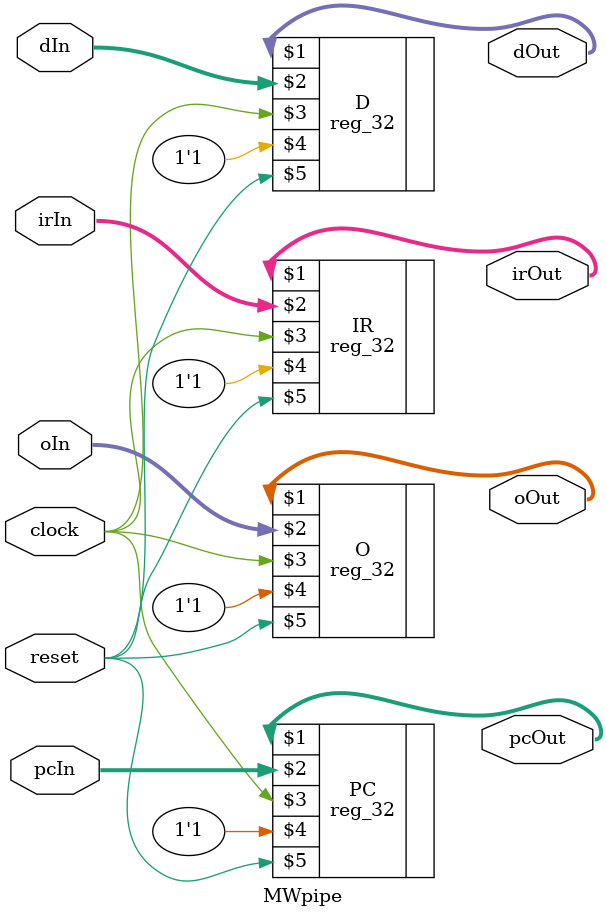
<source format=v>
module MWpipe(oIn, dIn, oOut, dOut, irIn, irOut, clock, reset, pcIn, pcOut);
    input [31:0] oIn, dIn, irIn, pcIn;
    input clock, reset;
    output [31:0] oOut, dOut, irOut, pcOut;
   

    reg_32 O(oOut, oIn, clock, 1'b1, reset);
    reg_32 D(dOut, dIn, clock, 1'b1, reset);
    reg_32 IR(irOut, irIn, clock, 1'b1, reset);
    reg_32 PC(pcOut, pcIn, clock, 1'b1, reset);

endmodule

</source>
